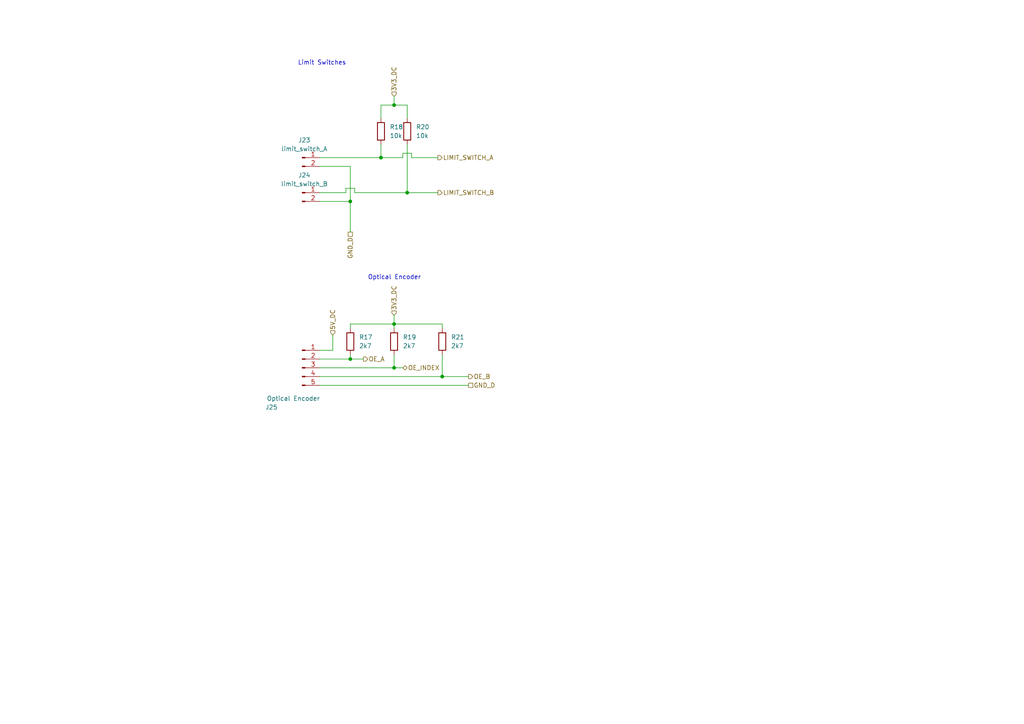
<source format=kicad_sch>
(kicad_sch (version 20230121) (generator eeschema)
  (paper "A4")
  (lib_symbols
    (symbol "000_Connectors_Immo:2pin_molex_2.54mm_male" (pin_names (offset 1.016) hide)
      (property "Reference" "J" (at 0 2.54 0))
      (property "Value" "2pin_molex_2.54mm_male" (at 0 -5.08 0))
      (symbol "2pin_molex_2.54mm_male_1_1"
        (polyline (pts (xy 1.27 -2.54) (xy 0.8636 -2.54)) (stroke (width 0.1524)))
        (polyline (pts (xy 1.27 0) (xy 0.8636 0)) (stroke (width 0.1524)))
        (rectangle (start 0.8636 -2.413) (end 0 -2.667) (stroke (width 0.1524)) (fill (type outline)))
        (rectangle (start 0.8636 0.127) (end 0 -0.127) (stroke (width 0.1524)) (fill (type outline)))
        (pin passive line (at 5.08 0 180) (length 3.81) (name "Pin_1") (number "1"))
        (pin passive line (at 5.08 -2.54 180) (length 3.81) (name "Pin_2") (number "2"))
      )
    )
    (symbol "000_Pin_Headers_Immo:Molex_5pin_2.54mm_M" (pin_names (offset 1.016) hide)
      (property "Reference" "J" (at 0 7.62 0))
      (property "Value" "Molex_5pin_2.54mm_M" (at 0 -7.62 0))
      (symbol "Molex_5pin_2.54mm_M_1_1"
        (polyline (pts (xy 1.27 -5.08) (xy 0.8636 -5.08)) (stroke (width 0.1524)))
        (polyline (pts (xy 1.27 -2.54) (xy 0.8636 -2.54)) (stroke (width 0.1524)))
        (polyline (pts (xy 1.27 0) (xy 0.8636 0)) (stroke (width 0.1524)))
        (polyline (pts (xy 1.27 2.54) (xy 0.8636 2.54)) (stroke (width 0.1524)))
        (polyline (pts (xy 1.27 5.08) (xy 0.8636 5.08)) (stroke (width 0.1524)))
        (rectangle (start 0.8636 -4.953) (end 0 -5.207) (stroke (width 0.1524)) (fill (type outline)))
        (rectangle (start 0.8636 -2.413) (end 0 -2.667) (stroke (width 0.1524)) (fill (type outline)))
        (rectangle (start 0.8636 0.127) (end 0 -0.127) (stroke (width 0.1524)) (fill (type outline)))
        (rectangle (start 0.8636 2.667) (end 0 2.413) (stroke (width 0.1524)) (fill (type outline)))
        (rectangle (start 0.8636 5.207) (end 0 4.953) (stroke (width 0.1524)) (fill (type outline)))
        (pin passive line (at 5.08 5.08 180) (length 3.81) (name "Pin_1") (number "1"))
        (pin passive line (at 5.08 2.54 180) (length 3.81) (name "Pin_2") (number "2"))
        (pin passive line (at 5.08 0 180) (length 3.81) (name "Pin_3") (number "3"))
        (pin passive line (at 5.08 -2.54 180) (length 3.81) (name "Pin_4") (number "4"))
        (pin passive line (at 5.08 -5.08 180) (length 3.81) (name "Pin_5") (number "5"))
      )
    )
    (symbol "000_Resistors_Immo:Resistor_0805" (pin_numbers hide) (pin_names (offset 0))
      (property "Reference" "R?" (at -2.54 3.81 0))
      (property "Value" "Resistor_0805" (at -5.08 2.54 0))
      (symbol "Resistor_0805_0_1"
        (rectangle (start 2.54 -1.016) (end -2.54 1.016) (stroke (width 0.254)))
      )
      (symbol "Resistor_0805_1_1"
        (pin passive line (at -3.81 0 0) (length 1.27) (name "~") (number "1"))
        (pin passive line (at 3.81 0 180) (length 1.27) (name "~") (number "2"))
      )
    )
  )
  (junction (at 128.27 109.22))
  (junction (at 118.11 55.88))
  (junction (at 110.49 45.72))
  (junction (at 101.6 58.42))
  (junction (at 114.3 93.98))
  (junction (at 114.3 106.68))
  (junction (at 101.6 104.14))
  (junction (at 114.3 30.48))
  (wire (pts (xy 101.6 93.98) (xy 114.3 93.98)))
  (wire (pts (xy 110.49 30.48) (xy 110.49 34.29)))
  (wire (pts (xy 102.87 54.61) (xy 100.33 54.61)))
  (wire (pts (xy 116.84 45.72) (xy 116.84 44.45)))
  (wire (pts (xy 114.3 93.98) (xy 128.27 93.98)))
  (wire (pts (xy 128.27 93.98) (xy 128.27 95.25)))
  (wire (pts (xy 114.3 102.87) (xy 114.3 106.68)))
  (wire (pts (xy 101.6 58.42) (xy 101.6 67.31)))
  (wire (pts (xy 101.6 95.25) (xy 101.6 93.98)))
  (wire (pts (xy 100.33 54.61) (xy 100.33 55.88)))
  (wire (pts (xy 119.38 44.45) (xy 119.38 45.72)))
  (wire (pts (xy 110.49 45.72) (xy 116.84 45.72)))
  (wire (pts (xy 110.49 45.72) (xy 110.49 41.91)))
  (wire (pts (xy 101.6 102.87) (xy 101.6 104.14)))
  (wire (pts (xy 92.71 45.72) (xy 110.49 45.72)))
  (wire (pts (xy 96.52 97.155) (xy 96.52 101.6)))
  (wire (pts (xy 118.11 30.48) (xy 118.11 34.29)))
  (wire (pts (xy 92.71 111.76) (xy 135.89 111.76)))
  (wire (pts (xy 100.33 55.88) (xy 92.71 55.88)))
  (wire (pts (xy 114.3 27.94) (xy 114.3 30.48)))
  (wire (pts (xy 116.84 44.45) (xy 119.38 44.45)))
  (wire (pts (xy 118.11 41.91) (xy 118.11 55.88)))
  (wire (pts (xy 101.6 48.26) (xy 101.6 58.42)))
  (wire (pts (xy 128.27 102.87) (xy 128.27 109.22)))
  (wire (pts (xy 92.71 48.26) (xy 101.6 48.26)))
  (wire (pts (xy 114.3 91.44) (xy 114.3 93.98)))
  (wire (pts (xy 92.71 58.42) (xy 101.6 58.42)))
  (wire (pts (xy 92.71 109.22) (xy 128.27 109.22)))
  (wire (pts (xy 92.71 106.68) (xy 114.3 106.68)))
  (wire (pts (xy 92.71 101.6) (xy 96.52 101.6)))
  (wire (pts (xy 128.27 109.22) (xy 135.89 109.22)))
  (wire (pts (xy 114.3 30.48) (xy 118.11 30.48)))
  (wire (pts (xy 118.11 55.88) (xy 102.87 55.88)))
  (wire (pts (xy 92.71 104.14) (xy 101.6 104.14)))
  (wire (pts (xy 114.3 30.48) (xy 110.49 30.48)))
  (wire (pts (xy 119.38 45.72) (xy 127 45.72)))
  (wire (pts (xy 101.6 104.14) (xy 105.41 104.14)))
  (wire (pts (xy 114.3 93.98) (xy 114.3 95.25)))
  (wire (pts (xy 118.11 55.88) (xy 127 55.88)))
  (wire (pts (xy 114.3 106.68) (xy 116.84 106.68)))
  (wire (pts (xy 102.87 55.88) (xy 102.87 54.61)))
  (text "Optical Encoder" (at 106.68 81.28 0) (effects (font (size 1.27 1.27)) (justify left bottom)))
  (text "Limit Switches" (at 86.36 19.05 0) (effects (font (size 1.27 1.27)) (justify left bottom)))
  (hierarchical_label "3V3_DC" (shape input) (at 114.3 27.94 90))
  (hierarchical_label "OE_A" (shape output) (at 105.41 104.14 0))
  (hierarchical_label "LIMIT_SWITCH_A" (shape output) (at 127 45.72 0))
  (hierarchical_label "GND_D" (shape passive) (at 101.6 67.31 270))
  (hierarchical_label "GND_D" (shape passive) (at 135.89 111.76 0))
  (hierarchical_label "LIMIT_SWITCH_B" (shape output) (at 127 55.88 0))
  (hierarchical_label "3V3_DC" (shape input) (at 114.3 91.44 90))
  (hierarchical_label "5V_DC" (shape input) (at 96.52 97.155 90))
  (hierarchical_label "OE_INDEX" (shape bidirectional) (at 116.84 106.68 0))
  (hierarchical_label "OE_B" (shape output) (at 135.89 109.22 0))
  (symbol (lib_id "000_Resistors_Immo:Resistor_0805") (at 128.27 99.06 90) (unit 1)
    (property "Reference" "R21" (at 130.81 97.7899 90) (effects (justify right)))
    (property "Value" "2k7" (at 130.81 100.3299 90) (effects (justify right)))
    (property "Footprint" "Resistor_SMD:R_0805_2012Metric_Pad1.20x1.40mm_HandSolder" (effects hide))
  )
  (symbol (lib_id "000_Resistors_Immo:Resistor_0805") (at 101.6 99.06 90) (unit 1)
    (property "Reference" "R17" (at 104.14 97.7899 90) (effects (justify right)))
    (property "Value" "2k7" (at 104.14 100.3299 90) (effects (justify right)))
    (property "Footprint" "Resistor_SMD:R_0805_2012Metric_Pad1.20x1.40mm_HandSolder" (effects hide))
  )
  (symbol (lib_id "000_Resistors_Immo:Resistor_0805") (at 118.11 38.1 90) (unit 1)
    (property "Reference" "R20" (at 120.65 36.8299 90) (effects (justify right)))
    (property "Value" "10k" (at 120.65 39.3699 90) (effects (justify right)))
    (property "Footprint" "Resistor_SMD:R_0805_2012Metric_Pad1.20x1.40mm_HandSolder" (effects hide))
  )
  (symbol (lib_id "000_Resistors_Immo:Resistor_0805") (at 114.3 99.06 90) (unit 1)
    (property "Reference" "R19" (at 116.84 97.7899 90) (effects (justify right)))
    (property "Value" "2k7" (at 116.84 100.3299 90) (effects (justify right)))
    (property "Footprint" "Resistor_SMD:R_0805_2012Metric_Pad1.20x1.40mm_HandSolder" (effects hide))
  )
  (symbol (lib_id "000_Connectors_Immo:2pin_molex_2.54mm_male") (at 87.63 45.72 0) (unit 1)
    (property "Reference" "J23" (at 88.265 40.64 0))
    (property "Value" "limit_switch_A" (at 88.265 43.18 0))
    (property "Footprint" "Connector_Molex:Molex_KK-254_AE-6410-02A_1x02_P2.54mm_Vertical" (effects hide))
  )
  (symbol (lib_id "000_Pin_Headers_Immo:Molex_5pin_2.54mm_M") (at 87.63 106.68 0) (unit 1)
    (property "Reference" "J25" (at 78.74 118.11 0))
    (property "Value" "Optical Encoder" (at 85.09 115.57 0))
    (property "Footprint" "Connector_Molex:Molex_KK-254_AE-6410-05A_1x05_P2.54mm_Vertical" (effects hide))
  )
  (symbol (lib_id "000_Resistors_Immo:Resistor_0805") (at 110.49 38.1 90) (unit 1)
    (property "Reference" "R18" (at 113.03 36.8299 90) (effects (justify right)))
    (property "Value" "10k" (at 113.03 39.3699 90) (effects (justify right)))
    (property "Footprint" "Resistor_SMD:R_0805_2012Metric_Pad1.20x1.40mm_HandSolder" (effects hide))
  )
  (symbol (lib_id "000_Connectors_Immo:2pin_molex_2.54mm_male") (at 87.63 55.88 0) (unit 1)
    (property "Reference" "J24" (at 88.265 50.8 0))
    (property "Value" "limit_switch_B" (at 88.265 53.34 0))
    (property "Footprint" "Connector_Molex:Molex_KK-254_AE-6410-02A_1x02_P2.54mm_Vertical" (effects hide))
  )
)
</source>
